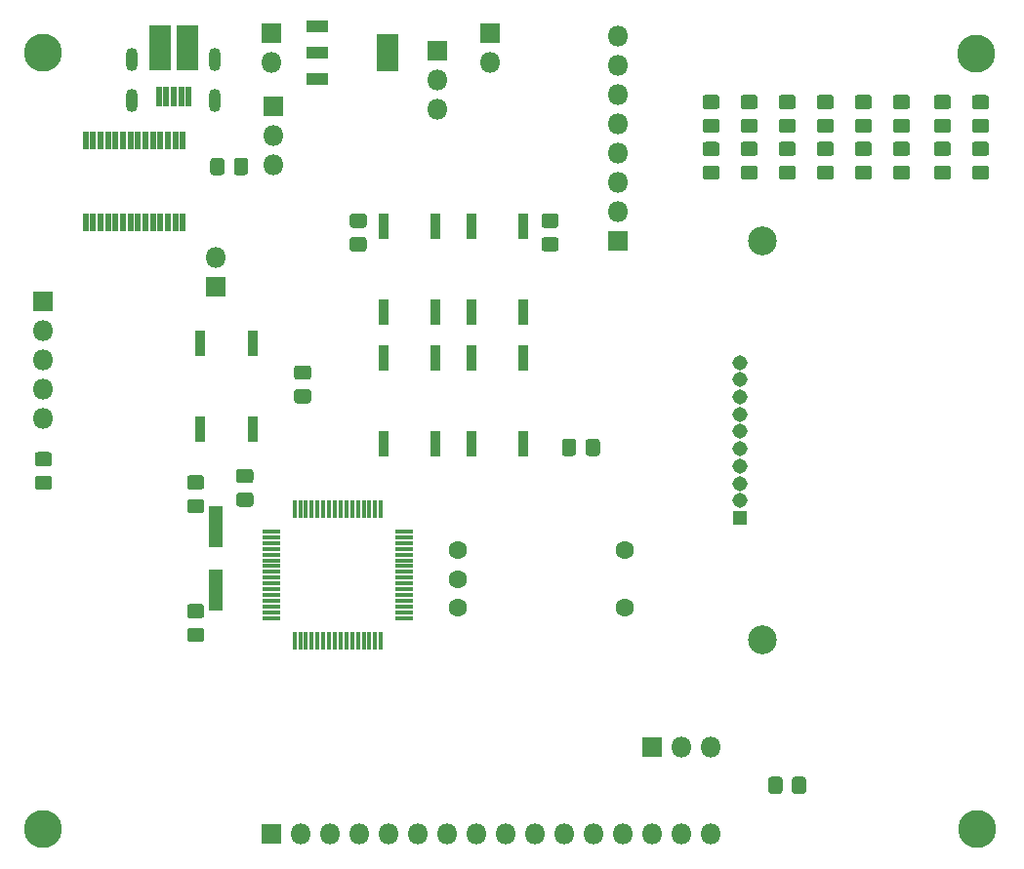
<source format=gbr>
%TF.GenerationSoftware,KiCad,Pcbnew,(5.1.6)-1*%
%TF.CreationDate,2020-11-14T18:00:02-05:00*%
%TF.ProjectId,F0DisplayBoard,46304469-7370-46c6-9179-426f6172642e,rev?*%
%TF.SameCoordinates,Original*%
%TF.FileFunction,Soldermask,Top*%
%TF.FilePolarity,Negative*%
%FSLAX46Y46*%
G04 Gerber Fmt 4.6, Leading zero omitted, Abs format (unit mm)*
G04 Created by KiCad (PCBNEW (5.1.6)-1) date 2020-11-14 18:00:02*
%MOMM*%
%LPD*%
G01*
G04 APERTURE LIST*
%ADD10C,3.300000*%
%ADD11O,1.800000X1.800000*%
%ADD12R,1.800000X1.800000*%
%ADD13R,0.400000X1.575000*%
%ADD14R,1.575000X0.400000*%
%ADD15R,0.531800X1.611300*%
%ADD16R,0.963600X2.309800*%
%ADD17O,1.050000X2.000000*%
%ADD18R,1.900000X4.000000*%
%ADD19R,0.500000X1.800000*%
%ADD20C,1.600000*%
%ADD21R,1.960000X3.290000*%
%ADD22R,1.960000X1.000000*%
%ADD23R,1.300000X3.600000*%
%ADD24C,2.500000*%
%ADD25C,1.308000*%
%ADD26R,1.308000X1.308000*%
G04 APERTURE END LIST*
D10*
%TO.C,REF\u002A\u002A*%
X97536000Y-68834000D03*
%TD*%
%TO.C,REF\u002A\u002A*%
X178435000Y-68961000D03*
%TD*%
%TO.C,REF\u002A\u002A*%
X97536000Y-136271000D03*
%TD*%
%TO.C,REF\u002A\u002A*%
X178562000Y-136271000D03*
%TD*%
D11*
%TO.C,JP3*%
X112522000Y-86614000D03*
D12*
X112522000Y-89154000D03*
%TD*%
D13*
%TO.C,IC1*%
X119313000Y-108435000D03*
X119813000Y-108435000D03*
X120313000Y-108435000D03*
X120813000Y-108435000D03*
X121313000Y-108435000D03*
X121813000Y-108435000D03*
X122313000Y-108435000D03*
X122813000Y-108435000D03*
X123313000Y-108435000D03*
X123813000Y-108435000D03*
X124313000Y-108435000D03*
X124813000Y-108435000D03*
X125313000Y-108435000D03*
X125813000Y-108435000D03*
X126313000Y-108435000D03*
X126813000Y-108435000D03*
D14*
X128801000Y-110423000D03*
X128801000Y-110923000D03*
X128801000Y-111423000D03*
X128801000Y-111923000D03*
X128801000Y-112423000D03*
X128801000Y-112923000D03*
X128801000Y-113423000D03*
X128801000Y-113923000D03*
X128801000Y-114423000D03*
X128801000Y-114923000D03*
X128801000Y-115423000D03*
X128801000Y-115923000D03*
X128801000Y-116423000D03*
X128801000Y-116923000D03*
X128801000Y-117423000D03*
X128801000Y-117923000D03*
D13*
X126813000Y-119911000D03*
X126313000Y-119911000D03*
X125813000Y-119911000D03*
X125313000Y-119911000D03*
X124813000Y-119911000D03*
X124313000Y-119911000D03*
X123813000Y-119911000D03*
X123313000Y-119911000D03*
X122813000Y-119911000D03*
X122313000Y-119911000D03*
X121813000Y-119911000D03*
X121313000Y-119911000D03*
X120813000Y-119911000D03*
X120313000Y-119911000D03*
X119813000Y-119911000D03*
X119313000Y-119911000D03*
D14*
X117325000Y-117923000D03*
X117325000Y-117423000D03*
X117325000Y-116923000D03*
X117325000Y-116423000D03*
X117325000Y-115923000D03*
X117325000Y-115423000D03*
X117325000Y-114923000D03*
X117325000Y-114423000D03*
X117325000Y-113923000D03*
X117325000Y-113423000D03*
X117325000Y-112923000D03*
X117325000Y-112423000D03*
X117325000Y-111923000D03*
X117325000Y-111423000D03*
X117325000Y-110923000D03*
X117325000Y-110423000D03*
%TD*%
%TO.C,C11*%
G36*
G01*
X115476762Y-106225500D02*
X114520238Y-106225500D01*
G75*
G02*
X114248500Y-105953762I0J271738D01*
G01*
X114248500Y-105247238D01*
G75*
G02*
X114520238Y-104975500I271738J0D01*
G01*
X115476762Y-104975500D01*
G75*
G02*
X115748500Y-105247238I0J-271738D01*
G01*
X115748500Y-105953762D01*
G75*
G02*
X115476762Y-106225500I-271738J0D01*
G01*
G37*
G36*
G01*
X115476762Y-108275500D02*
X114520238Y-108275500D01*
G75*
G02*
X114248500Y-108003762I0J271738D01*
G01*
X114248500Y-107297238D01*
G75*
G02*
X114520238Y-107025500I271738J0D01*
G01*
X115476762Y-107025500D01*
G75*
G02*
X115748500Y-107297238I0J-271738D01*
G01*
X115748500Y-108003762D01*
G75*
G02*
X115476762Y-108275500I-271738J0D01*
G01*
G37*
%TD*%
D11*
%TO.C,J9*%
X155448000Y-129159000D03*
X152908000Y-129159000D03*
D12*
X150368000Y-129159000D03*
%TD*%
D11*
%TO.C,J8*%
X97536000Y-100584000D03*
X97536000Y-98044000D03*
X97536000Y-95504000D03*
X97536000Y-92964000D03*
D12*
X97536000Y-90424000D03*
%TD*%
D15*
%TO.C,U2*%
X101185000Y-76460350D03*
X101835001Y-76460350D03*
X102485000Y-76460350D03*
X103135001Y-76460350D03*
X103784999Y-76460350D03*
X104435001Y-76460350D03*
X105084999Y-76460350D03*
X105735001Y-76460350D03*
X106384999Y-76460350D03*
X107035001Y-76460350D03*
X107684999Y-76460350D03*
X108335000Y-76460350D03*
X108984999Y-76460350D03*
X109635000Y-76460350D03*
X109634998Y-83559650D03*
X108984999Y-83559650D03*
X108334998Y-83559650D03*
X107684999Y-83559650D03*
X107034998Y-83559650D03*
X106384999Y-83559650D03*
X105734998Y-83559650D03*
X105084999Y-83559650D03*
X104435001Y-83559650D03*
X103784999Y-83559650D03*
X103135001Y-83559650D03*
X102485000Y-83559650D03*
X101835001Y-83559650D03*
X101185000Y-83559650D03*
%TD*%
D16*
%TO.C,SW4*%
X127035999Y-95313500D03*
X131536001Y-95313500D03*
X131536001Y-102806500D03*
X127035999Y-102806500D03*
%TD*%
%TO.C,SW5*%
X127035999Y-83883500D03*
X131536001Y-83883500D03*
X131536001Y-91376500D03*
X127035999Y-91376500D03*
%TD*%
%TO.C,SW3*%
X139156001Y-102806500D03*
X134655999Y-102806500D03*
X134655999Y-95313500D03*
X139156001Y-95313500D03*
%TD*%
%TO.C,SW2*%
X139156001Y-91376500D03*
X134655999Y-91376500D03*
X134655999Y-83883500D03*
X139156001Y-83883500D03*
%TD*%
D17*
%TO.C,J1*%
X105239000Y-69441000D03*
X105239000Y-72991000D03*
X112439000Y-72991000D03*
X112439000Y-69441000D03*
D18*
X109989000Y-68441000D03*
X107689000Y-68441000D03*
D19*
X107539000Y-72641000D03*
X108189000Y-72641000D03*
X108839000Y-72641000D03*
X109489000Y-72641000D03*
X110139000Y-72641000D03*
%TD*%
D16*
%TO.C,SW1*%
X111160999Y-94043500D03*
X115661001Y-94043500D03*
X115661001Y-101536500D03*
X111160999Y-101536500D03*
%TD*%
%TO.C,R5*%
G36*
G01*
X119536738Y-98054000D02*
X120493262Y-98054000D01*
G75*
G02*
X120765000Y-98325738I0J-271738D01*
G01*
X120765000Y-99032262D01*
G75*
G02*
X120493262Y-99304000I-271738J0D01*
G01*
X119536738Y-99304000D01*
G75*
G02*
X119265000Y-99032262I0J271738D01*
G01*
X119265000Y-98325738D01*
G75*
G02*
X119536738Y-98054000I271738J0D01*
G01*
G37*
G36*
G01*
X119536738Y-96004000D02*
X120493262Y-96004000D01*
G75*
G02*
X120765000Y-96275738I0J-271738D01*
G01*
X120765000Y-96982262D01*
G75*
G02*
X120493262Y-97254000I-271738J0D01*
G01*
X119536738Y-97254000D01*
G75*
G02*
X119265000Y-96982262I0J271738D01*
G01*
X119265000Y-96275738D01*
G75*
G02*
X119536738Y-96004000I271738J0D01*
G01*
G37*
%TD*%
%TO.C,R1*%
G36*
G01*
X98014262Y-104765000D02*
X97057738Y-104765000D01*
G75*
G02*
X96786000Y-104493262I0J271738D01*
G01*
X96786000Y-103786738D01*
G75*
G02*
X97057738Y-103515000I271738J0D01*
G01*
X98014262Y-103515000D01*
G75*
G02*
X98286000Y-103786738I0J-271738D01*
G01*
X98286000Y-104493262D01*
G75*
G02*
X98014262Y-104765000I-271738J0D01*
G01*
G37*
G36*
G01*
X98014262Y-106815000D02*
X97057738Y-106815000D01*
G75*
G02*
X96786000Y-106543262I0J271738D01*
G01*
X96786000Y-105836738D01*
G75*
G02*
X97057738Y-105565000I271738J0D01*
G01*
X98014262Y-105565000D01*
G75*
G02*
X98286000Y-105836738I0J-271738D01*
G01*
X98286000Y-106543262D01*
G75*
G02*
X98014262Y-106815000I-271738J0D01*
G01*
G37*
%TD*%
D11*
%TO.C,JP2*%
X131699000Y-73787000D03*
X131699000Y-71247000D03*
D12*
X131699000Y-68707000D03*
%TD*%
D11*
%TO.C,JP1*%
X117475000Y-78613000D03*
X117475000Y-76073000D03*
D12*
X117475000Y-73533000D03*
%TD*%
D11*
%TO.C,J7*%
X147345400Y-67437000D03*
X147345400Y-69977000D03*
X147345400Y-72517000D03*
X147345400Y-75057000D03*
X147345400Y-77597000D03*
X147345400Y-80137000D03*
X147345400Y-82677000D03*
D12*
X147345400Y-85217000D03*
%TD*%
D11*
%TO.C,J6*%
X155448000Y-136652000D03*
X152908000Y-136652000D03*
X150368000Y-136652000D03*
X147828000Y-136652000D03*
X145288000Y-136652000D03*
X142748000Y-136652000D03*
X140208000Y-136652000D03*
X137668000Y-136652000D03*
X135128000Y-136652000D03*
X132588000Y-136652000D03*
X130048000Y-136652000D03*
X127508000Y-136652000D03*
X124968000Y-136652000D03*
X122428000Y-136652000D03*
X119888000Y-136652000D03*
D12*
X117348000Y-136652000D03*
%TD*%
D11*
%TO.C,J3*%
X117348000Y-69723000D03*
D12*
X117348000Y-67183000D03*
%TD*%
D11*
%TO.C,J2*%
X136271000Y-69723000D03*
D12*
X136271000Y-67183000D03*
%TD*%
%TO.C,D8*%
G36*
G01*
X154969738Y-74568000D02*
X155926262Y-74568000D01*
G75*
G02*
X156198000Y-74839738I0J-271738D01*
G01*
X156198000Y-75546262D01*
G75*
G02*
X155926262Y-75818000I-271738J0D01*
G01*
X154969738Y-75818000D01*
G75*
G02*
X154698000Y-75546262I0J271738D01*
G01*
X154698000Y-74839738D01*
G75*
G02*
X154969738Y-74568000I271738J0D01*
G01*
G37*
G36*
G01*
X154969738Y-72518000D02*
X155926262Y-72518000D01*
G75*
G02*
X156198000Y-72789738I0J-271738D01*
G01*
X156198000Y-73496262D01*
G75*
G02*
X155926262Y-73768000I-271738J0D01*
G01*
X154969738Y-73768000D01*
G75*
G02*
X154698000Y-73496262I0J271738D01*
G01*
X154698000Y-72789738D01*
G75*
G02*
X154969738Y-72518000I271738J0D01*
G01*
G37*
%TD*%
%TO.C,D7*%
G36*
G01*
X158271738Y-74568000D02*
X159228262Y-74568000D01*
G75*
G02*
X159500000Y-74839738I0J-271738D01*
G01*
X159500000Y-75546262D01*
G75*
G02*
X159228262Y-75818000I-271738J0D01*
G01*
X158271738Y-75818000D01*
G75*
G02*
X158000000Y-75546262I0J271738D01*
G01*
X158000000Y-74839738D01*
G75*
G02*
X158271738Y-74568000I271738J0D01*
G01*
G37*
G36*
G01*
X158271738Y-72518000D02*
X159228262Y-72518000D01*
G75*
G02*
X159500000Y-72789738I0J-271738D01*
G01*
X159500000Y-73496262D01*
G75*
G02*
X159228262Y-73768000I-271738J0D01*
G01*
X158271738Y-73768000D01*
G75*
G02*
X158000000Y-73496262I0J271738D01*
G01*
X158000000Y-72789738D01*
G75*
G02*
X158271738Y-72518000I271738J0D01*
G01*
G37*
%TD*%
%TO.C,D6*%
G36*
G01*
X161573738Y-74568000D02*
X162530262Y-74568000D01*
G75*
G02*
X162802000Y-74839738I0J-271738D01*
G01*
X162802000Y-75546262D01*
G75*
G02*
X162530262Y-75818000I-271738J0D01*
G01*
X161573738Y-75818000D01*
G75*
G02*
X161302000Y-75546262I0J271738D01*
G01*
X161302000Y-74839738D01*
G75*
G02*
X161573738Y-74568000I271738J0D01*
G01*
G37*
G36*
G01*
X161573738Y-72518000D02*
X162530262Y-72518000D01*
G75*
G02*
X162802000Y-72789738I0J-271738D01*
G01*
X162802000Y-73496262D01*
G75*
G02*
X162530262Y-73768000I-271738J0D01*
G01*
X161573738Y-73768000D01*
G75*
G02*
X161302000Y-73496262I0J271738D01*
G01*
X161302000Y-72789738D01*
G75*
G02*
X161573738Y-72518000I271738J0D01*
G01*
G37*
%TD*%
%TO.C,D5*%
G36*
G01*
X164875738Y-74568000D02*
X165832262Y-74568000D01*
G75*
G02*
X166104000Y-74839738I0J-271738D01*
G01*
X166104000Y-75546262D01*
G75*
G02*
X165832262Y-75818000I-271738J0D01*
G01*
X164875738Y-75818000D01*
G75*
G02*
X164604000Y-75546262I0J271738D01*
G01*
X164604000Y-74839738D01*
G75*
G02*
X164875738Y-74568000I271738J0D01*
G01*
G37*
G36*
G01*
X164875738Y-72518000D02*
X165832262Y-72518000D01*
G75*
G02*
X166104000Y-72789738I0J-271738D01*
G01*
X166104000Y-73496262D01*
G75*
G02*
X165832262Y-73768000I-271738J0D01*
G01*
X164875738Y-73768000D01*
G75*
G02*
X164604000Y-73496262I0J271738D01*
G01*
X164604000Y-72789738D01*
G75*
G02*
X164875738Y-72518000I271738J0D01*
G01*
G37*
%TD*%
%TO.C,D4*%
G36*
G01*
X168177738Y-74568000D02*
X169134262Y-74568000D01*
G75*
G02*
X169406000Y-74839738I0J-271738D01*
G01*
X169406000Y-75546262D01*
G75*
G02*
X169134262Y-75818000I-271738J0D01*
G01*
X168177738Y-75818000D01*
G75*
G02*
X167906000Y-75546262I0J271738D01*
G01*
X167906000Y-74839738D01*
G75*
G02*
X168177738Y-74568000I271738J0D01*
G01*
G37*
G36*
G01*
X168177738Y-72518000D02*
X169134262Y-72518000D01*
G75*
G02*
X169406000Y-72789738I0J-271738D01*
G01*
X169406000Y-73496262D01*
G75*
G02*
X169134262Y-73768000I-271738J0D01*
G01*
X168177738Y-73768000D01*
G75*
G02*
X167906000Y-73496262I0J271738D01*
G01*
X167906000Y-72789738D01*
G75*
G02*
X168177738Y-72518000I271738J0D01*
G01*
G37*
%TD*%
%TO.C,D3*%
G36*
G01*
X171479738Y-74568000D02*
X172436262Y-74568000D01*
G75*
G02*
X172708000Y-74839738I0J-271738D01*
G01*
X172708000Y-75546262D01*
G75*
G02*
X172436262Y-75818000I-271738J0D01*
G01*
X171479738Y-75818000D01*
G75*
G02*
X171208000Y-75546262I0J271738D01*
G01*
X171208000Y-74839738D01*
G75*
G02*
X171479738Y-74568000I271738J0D01*
G01*
G37*
G36*
G01*
X171479738Y-72518000D02*
X172436262Y-72518000D01*
G75*
G02*
X172708000Y-72789738I0J-271738D01*
G01*
X172708000Y-73496262D01*
G75*
G02*
X172436262Y-73768000I-271738J0D01*
G01*
X171479738Y-73768000D01*
G75*
G02*
X171208000Y-73496262I0J271738D01*
G01*
X171208000Y-72789738D01*
G75*
G02*
X171479738Y-72518000I271738J0D01*
G01*
G37*
%TD*%
%TO.C,D2*%
G36*
G01*
X175035738Y-74568000D02*
X175992262Y-74568000D01*
G75*
G02*
X176264000Y-74839738I0J-271738D01*
G01*
X176264000Y-75546262D01*
G75*
G02*
X175992262Y-75818000I-271738J0D01*
G01*
X175035738Y-75818000D01*
G75*
G02*
X174764000Y-75546262I0J271738D01*
G01*
X174764000Y-74839738D01*
G75*
G02*
X175035738Y-74568000I271738J0D01*
G01*
G37*
G36*
G01*
X175035738Y-72518000D02*
X175992262Y-72518000D01*
G75*
G02*
X176264000Y-72789738I0J-271738D01*
G01*
X176264000Y-73496262D01*
G75*
G02*
X175992262Y-73768000I-271738J0D01*
G01*
X175035738Y-73768000D01*
G75*
G02*
X174764000Y-73496262I0J271738D01*
G01*
X174764000Y-72789738D01*
G75*
G02*
X175035738Y-72518000I271738J0D01*
G01*
G37*
%TD*%
%TO.C,D1*%
G36*
G01*
X178337738Y-74577000D02*
X179294262Y-74577000D01*
G75*
G02*
X179566000Y-74848738I0J-271738D01*
G01*
X179566000Y-75555262D01*
G75*
G02*
X179294262Y-75827000I-271738J0D01*
G01*
X178337738Y-75827000D01*
G75*
G02*
X178066000Y-75555262I0J271738D01*
G01*
X178066000Y-74848738D01*
G75*
G02*
X178337738Y-74577000I271738J0D01*
G01*
G37*
G36*
G01*
X178337738Y-72527000D02*
X179294262Y-72527000D01*
G75*
G02*
X179566000Y-72798738I0J-271738D01*
G01*
X179566000Y-73505262D01*
G75*
G02*
X179294262Y-73777000I-271738J0D01*
G01*
X178337738Y-73777000D01*
G75*
G02*
X178066000Y-73505262I0J271738D01*
G01*
X178066000Y-72798738D01*
G75*
G02*
X178337738Y-72527000I271738J0D01*
G01*
G37*
%TD*%
%TO.C,C10*%
G36*
G01*
X110265738Y-118764000D02*
X111222262Y-118764000D01*
G75*
G02*
X111494000Y-119035738I0J-271738D01*
G01*
X111494000Y-119742262D01*
G75*
G02*
X111222262Y-120014000I-271738J0D01*
G01*
X110265738Y-120014000D01*
G75*
G02*
X109994000Y-119742262I0J271738D01*
G01*
X109994000Y-119035738D01*
G75*
G02*
X110265738Y-118764000I271738J0D01*
G01*
G37*
G36*
G01*
X110265738Y-116714000D02*
X111222262Y-116714000D01*
G75*
G02*
X111494000Y-116985738I0J-271738D01*
G01*
X111494000Y-117692262D01*
G75*
G02*
X111222262Y-117964000I-271738J0D01*
G01*
X110265738Y-117964000D01*
G75*
G02*
X109994000Y-117692262I0J271738D01*
G01*
X109994000Y-116985738D01*
G75*
G02*
X110265738Y-116714000I271738J0D01*
G01*
G37*
%TD*%
%TO.C,C7*%
G36*
G01*
X111222262Y-106788000D02*
X110265738Y-106788000D01*
G75*
G02*
X109994000Y-106516262I0J271738D01*
G01*
X109994000Y-105809738D01*
G75*
G02*
X110265738Y-105538000I271738J0D01*
G01*
X111222262Y-105538000D01*
G75*
G02*
X111494000Y-105809738I0J-271738D01*
G01*
X111494000Y-106516262D01*
G75*
G02*
X111222262Y-106788000I-271738J0D01*
G01*
G37*
G36*
G01*
X111222262Y-108838000D02*
X110265738Y-108838000D01*
G75*
G02*
X109994000Y-108566262I0J271738D01*
G01*
X109994000Y-107859738D01*
G75*
G02*
X110265738Y-107588000I271738J0D01*
G01*
X111222262Y-107588000D01*
G75*
G02*
X111494000Y-107859738I0J-271738D01*
G01*
X111494000Y-108566262D01*
G75*
G02*
X111222262Y-108838000I-271738J0D01*
G01*
G37*
%TD*%
%TO.C,R17*%
G36*
G01*
X125319262Y-84064000D02*
X124362738Y-84064000D01*
G75*
G02*
X124091000Y-83792262I0J271738D01*
G01*
X124091000Y-83085738D01*
G75*
G02*
X124362738Y-82814000I271738J0D01*
G01*
X125319262Y-82814000D01*
G75*
G02*
X125591000Y-83085738I0J-271738D01*
G01*
X125591000Y-83792262D01*
G75*
G02*
X125319262Y-84064000I-271738J0D01*
G01*
G37*
G36*
G01*
X125319262Y-86114000D02*
X124362738Y-86114000D01*
G75*
G02*
X124091000Y-85842262I0J271738D01*
G01*
X124091000Y-85135738D01*
G75*
G02*
X124362738Y-84864000I271738J0D01*
G01*
X125319262Y-84864000D01*
G75*
G02*
X125591000Y-85135738I0J-271738D01*
G01*
X125591000Y-85842262D01*
G75*
G02*
X125319262Y-86114000I-271738J0D01*
G01*
G37*
%TD*%
%TO.C,R16*%
G36*
G01*
X154969738Y-78641000D02*
X155926262Y-78641000D01*
G75*
G02*
X156198000Y-78912738I0J-271738D01*
G01*
X156198000Y-79619262D01*
G75*
G02*
X155926262Y-79891000I-271738J0D01*
G01*
X154969738Y-79891000D01*
G75*
G02*
X154698000Y-79619262I0J271738D01*
G01*
X154698000Y-78912738D01*
G75*
G02*
X154969738Y-78641000I271738J0D01*
G01*
G37*
G36*
G01*
X154969738Y-76591000D02*
X155926262Y-76591000D01*
G75*
G02*
X156198000Y-76862738I0J-271738D01*
G01*
X156198000Y-77569262D01*
G75*
G02*
X155926262Y-77841000I-271738J0D01*
G01*
X154969738Y-77841000D01*
G75*
G02*
X154698000Y-77569262I0J271738D01*
G01*
X154698000Y-76862738D01*
G75*
G02*
X154969738Y-76591000I271738J0D01*
G01*
G37*
%TD*%
%TO.C,R15*%
G36*
G01*
X158271738Y-78632000D02*
X159228262Y-78632000D01*
G75*
G02*
X159500000Y-78903738I0J-271738D01*
G01*
X159500000Y-79610262D01*
G75*
G02*
X159228262Y-79882000I-271738J0D01*
G01*
X158271738Y-79882000D01*
G75*
G02*
X158000000Y-79610262I0J271738D01*
G01*
X158000000Y-78903738D01*
G75*
G02*
X158271738Y-78632000I271738J0D01*
G01*
G37*
G36*
G01*
X158271738Y-76582000D02*
X159228262Y-76582000D01*
G75*
G02*
X159500000Y-76853738I0J-271738D01*
G01*
X159500000Y-77560262D01*
G75*
G02*
X159228262Y-77832000I-271738J0D01*
G01*
X158271738Y-77832000D01*
G75*
G02*
X158000000Y-77560262I0J271738D01*
G01*
X158000000Y-76853738D01*
G75*
G02*
X158271738Y-76582000I271738J0D01*
G01*
G37*
%TD*%
%TO.C,R14*%
G36*
G01*
X161573738Y-78632000D02*
X162530262Y-78632000D01*
G75*
G02*
X162802000Y-78903738I0J-271738D01*
G01*
X162802000Y-79610262D01*
G75*
G02*
X162530262Y-79882000I-271738J0D01*
G01*
X161573738Y-79882000D01*
G75*
G02*
X161302000Y-79610262I0J271738D01*
G01*
X161302000Y-78903738D01*
G75*
G02*
X161573738Y-78632000I271738J0D01*
G01*
G37*
G36*
G01*
X161573738Y-76582000D02*
X162530262Y-76582000D01*
G75*
G02*
X162802000Y-76853738I0J-271738D01*
G01*
X162802000Y-77560262D01*
G75*
G02*
X162530262Y-77832000I-271738J0D01*
G01*
X161573738Y-77832000D01*
G75*
G02*
X161302000Y-77560262I0J271738D01*
G01*
X161302000Y-76853738D01*
G75*
G02*
X161573738Y-76582000I271738J0D01*
G01*
G37*
%TD*%
%TO.C,R13*%
G36*
G01*
X164875738Y-78632000D02*
X165832262Y-78632000D01*
G75*
G02*
X166104000Y-78903738I0J-271738D01*
G01*
X166104000Y-79610262D01*
G75*
G02*
X165832262Y-79882000I-271738J0D01*
G01*
X164875738Y-79882000D01*
G75*
G02*
X164604000Y-79610262I0J271738D01*
G01*
X164604000Y-78903738D01*
G75*
G02*
X164875738Y-78632000I271738J0D01*
G01*
G37*
G36*
G01*
X164875738Y-76582000D02*
X165832262Y-76582000D01*
G75*
G02*
X166104000Y-76853738I0J-271738D01*
G01*
X166104000Y-77560262D01*
G75*
G02*
X165832262Y-77832000I-271738J0D01*
G01*
X164875738Y-77832000D01*
G75*
G02*
X164604000Y-77560262I0J271738D01*
G01*
X164604000Y-76853738D01*
G75*
G02*
X164875738Y-76582000I271738J0D01*
G01*
G37*
%TD*%
%TO.C,R12*%
G36*
G01*
X168177738Y-78632000D02*
X169134262Y-78632000D01*
G75*
G02*
X169406000Y-78903738I0J-271738D01*
G01*
X169406000Y-79610262D01*
G75*
G02*
X169134262Y-79882000I-271738J0D01*
G01*
X168177738Y-79882000D01*
G75*
G02*
X167906000Y-79610262I0J271738D01*
G01*
X167906000Y-78903738D01*
G75*
G02*
X168177738Y-78632000I271738J0D01*
G01*
G37*
G36*
G01*
X168177738Y-76582000D02*
X169134262Y-76582000D01*
G75*
G02*
X169406000Y-76853738I0J-271738D01*
G01*
X169406000Y-77560262D01*
G75*
G02*
X169134262Y-77832000I-271738J0D01*
G01*
X168177738Y-77832000D01*
G75*
G02*
X167906000Y-77560262I0J271738D01*
G01*
X167906000Y-76853738D01*
G75*
G02*
X168177738Y-76582000I271738J0D01*
G01*
G37*
%TD*%
%TO.C,R11*%
G36*
G01*
X171479738Y-78632000D02*
X172436262Y-78632000D01*
G75*
G02*
X172708000Y-78903738I0J-271738D01*
G01*
X172708000Y-79610262D01*
G75*
G02*
X172436262Y-79882000I-271738J0D01*
G01*
X171479738Y-79882000D01*
G75*
G02*
X171208000Y-79610262I0J271738D01*
G01*
X171208000Y-78903738D01*
G75*
G02*
X171479738Y-78632000I271738J0D01*
G01*
G37*
G36*
G01*
X171479738Y-76582000D02*
X172436262Y-76582000D01*
G75*
G02*
X172708000Y-76853738I0J-271738D01*
G01*
X172708000Y-77560262D01*
G75*
G02*
X172436262Y-77832000I-271738J0D01*
G01*
X171479738Y-77832000D01*
G75*
G02*
X171208000Y-77560262I0J271738D01*
G01*
X171208000Y-76853738D01*
G75*
G02*
X171479738Y-76582000I271738J0D01*
G01*
G37*
%TD*%
%TO.C,R10*%
G36*
G01*
X175035738Y-78632000D02*
X175992262Y-78632000D01*
G75*
G02*
X176264000Y-78903738I0J-271738D01*
G01*
X176264000Y-79610262D01*
G75*
G02*
X175992262Y-79882000I-271738J0D01*
G01*
X175035738Y-79882000D01*
G75*
G02*
X174764000Y-79610262I0J271738D01*
G01*
X174764000Y-78903738D01*
G75*
G02*
X175035738Y-78632000I271738J0D01*
G01*
G37*
G36*
G01*
X175035738Y-76582000D02*
X175992262Y-76582000D01*
G75*
G02*
X176264000Y-76853738I0J-271738D01*
G01*
X176264000Y-77560262D01*
G75*
G02*
X175992262Y-77832000I-271738J0D01*
G01*
X175035738Y-77832000D01*
G75*
G02*
X174764000Y-77560262I0J271738D01*
G01*
X174764000Y-76853738D01*
G75*
G02*
X175035738Y-76582000I271738J0D01*
G01*
G37*
%TD*%
%TO.C,R9*%
G36*
G01*
X178337738Y-78632000D02*
X179294262Y-78632000D01*
G75*
G02*
X179566000Y-78903738I0J-271738D01*
G01*
X179566000Y-79610262D01*
G75*
G02*
X179294262Y-79882000I-271738J0D01*
G01*
X178337738Y-79882000D01*
G75*
G02*
X178066000Y-79610262I0J271738D01*
G01*
X178066000Y-78903738D01*
G75*
G02*
X178337738Y-78632000I271738J0D01*
G01*
G37*
G36*
G01*
X178337738Y-76582000D02*
X179294262Y-76582000D01*
G75*
G02*
X179566000Y-76853738I0J-271738D01*
G01*
X179566000Y-77560262D01*
G75*
G02*
X179294262Y-77832000I-271738J0D01*
G01*
X178337738Y-77832000D01*
G75*
G02*
X178066000Y-77560262I0J271738D01*
G01*
X178066000Y-76853738D01*
G75*
G02*
X178337738Y-76582000I271738J0D01*
G01*
G37*
%TD*%
%TO.C,R7*%
G36*
G01*
X143754000Y-102645738D02*
X143754000Y-103602262D01*
G75*
G02*
X143482262Y-103874000I-271738J0D01*
G01*
X142775738Y-103874000D01*
G75*
G02*
X142504000Y-103602262I0J271738D01*
G01*
X142504000Y-102645738D01*
G75*
G02*
X142775738Y-102374000I271738J0D01*
G01*
X143482262Y-102374000D01*
G75*
G02*
X143754000Y-102645738I0J-271738D01*
G01*
G37*
G36*
G01*
X145804000Y-102645738D02*
X145804000Y-103602262D01*
G75*
G02*
X145532262Y-103874000I-271738J0D01*
G01*
X144825738Y-103874000D01*
G75*
G02*
X144554000Y-103602262I0J271738D01*
G01*
X144554000Y-102645738D01*
G75*
G02*
X144825738Y-102374000I271738J0D01*
G01*
X145532262Y-102374000D01*
G75*
G02*
X145804000Y-102645738I0J-271738D01*
G01*
G37*
%TD*%
%TO.C,R6*%
G36*
G01*
X141956262Y-84064000D02*
X140999738Y-84064000D01*
G75*
G02*
X140728000Y-83792262I0J271738D01*
G01*
X140728000Y-83085738D01*
G75*
G02*
X140999738Y-82814000I271738J0D01*
G01*
X141956262Y-82814000D01*
G75*
G02*
X142228000Y-83085738I0J-271738D01*
G01*
X142228000Y-83792262D01*
G75*
G02*
X141956262Y-84064000I-271738J0D01*
G01*
G37*
G36*
G01*
X141956262Y-86114000D02*
X140999738Y-86114000D01*
G75*
G02*
X140728000Y-85842262I0J271738D01*
G01*
X140728000Y-85135738D01*
G75*
G02*
X140999738Y-84864000I271738J0D01*
G01*
X141956262Y-84864000D01*
G75*
G02*
X142228000Y-85135738I0J-271738D01*
G01*
X142228000Y-85842262D01*
G75*
G02*
X141956262Y-86114000I-271738J0D01*
G01*
G37*
%TD*%
D20*
%TO.C,U3*%
X133470000Y-117054000D03*
X133470000Y-114554000D03*
X133470000Y-112054000D03*
X147970000Y-112054000D03*
X147970000Y-117054000D03*
%TD*%
D21*
%TO.C,U1*%
X127408000Y-68834000D03*
D22*
X121258000Y-71134000D03*
X121258000Y-68834000D03*
X121258000Y-66534000D03*
%TD*%
%TO.C,FB1*%
G36*
G01*
X113256000Y-78261738D02*
X113256000Y-79218262D01*
G75*
G02*
X112984262Y-79490000I-271738J0D01*
G01*
X112277738Y-79490000D01*
G75*
G02*
X112006000Y-79218262I0J271738D01*
G01*
X112006000Y-78261738D01*
G75*
G02*
X112277738Y-77990000I271738J0D01*
G01*
X112984262Y-77990000D01*
G75*
G02*
X113256000Y-78261738I0J-271738D01*
G01*
G37*
G36*
G01*
X115306000Y-78261738D02*
X115306000Y-79218262D01*
G75*
G02*
X115034262Y-79490000I-271738J0D01*
G01*
X114327738Y-79490000D01*
G75*
G02*
X114056000Y-79218262I0J271738D01*
G01*
X114056000Y-78261738D01*
G75*
G02*
X114327738Y-77990000I271738J0D01*
G01*
X115034262Y-77990000D01*
G75*
G02*
X115306000Y-78261738I0J-271738D01*
G01*
G37*
%TD*%
D23*
%TO.C,X1*%
X112522000Y-110026000D03*
X112522000Y-115526000D03*
%TD*%
%TO.C,R2*%
G36*
G01*
X162443000Y-132939262D02*
X162443000Y-131982738D01*
G75*
G02*
X162714738Y-131711000I271738J0D01*
G01*
X163421262Y-131711000D01*
G75*
G02*
X163693000Y-131982738I0J-271738D01*
G01*
X163693000Y-132939262D01*
G75*
G02*
X163421262Y-133211000I-271738J0D01*
G01*
X162714738Y-133211000D01*
G75*
G02*
X162443000Y-132939262I0J271738D01*
G01*
G37*
G36*
G01*
X160393000Y-132939262D02*
X160393000Y-131982738D01*
G75*
G02*
X160664738Y-131711000I271738J0D01*
G01*
X161371262Y-131711000D01*
G75*
G02*
X161643000Y-131982738I0J-271738D01*
G01*
X161643000Y-132939262D01*
G75*
G02*
X161371262Y-133211000I-271738J0D01*
G01*
X160664738Y-133211000D01*
G75*
G02*
X160393000Y-132939262I0J271738D01*
G01*
G37*
%TD*%
D24*
%TO.C,J5*%
X159912600Y-119789000D03*
X159912600Y-85189000D03*
D25*
X157962600Y-95739000D03*
X157962600Y-97239000D03*
X157962600Y-98739000D03*
X157962600Y-100239000D03*
X157962600Y-101739000D03*
X157962600Y-103239000D03*
X157962600Y-104739000D03*
X157962600Y-106239000D03*
X157962600Y-107739000D03*
D26*
X157962600Y-109239000D03*
%TD*%
M02*

</source>
